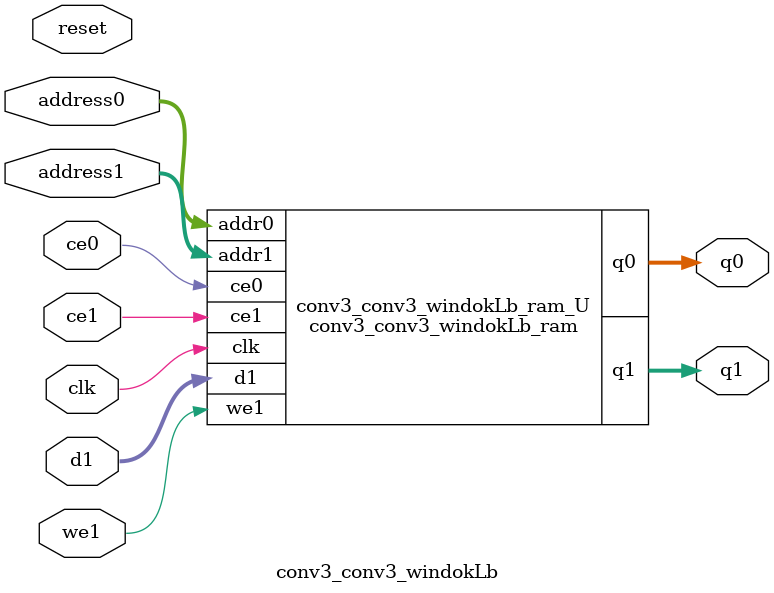
<source format=v>
`timescale 1 ns / 1 ps
module conv3_conv3_windokLb_ram (addr0, ce0, q0, addr1, ce1, d1, we1, q1,  clk);

parameter DWIDTH = 5;
parameter AWIDTH = 5;
parameter MEM_SIZE = 32;

input[AWIDTH-1:0] addr0;
input ce0;
output reg[DWIDTH-1:0] q0;
input[AWIDTH-1:0] addr1;
input ce1;
input[DWIDTH-1:0] d1;
input we1;
output reg[DWIDTH-1:0] q1;
input clk;

(* ram_style = "distributed" *)reg [DWIDTH-1:0] ram[0:MEM_SIZE-1];




always @(posedge clk)  
begin 
    if (ce0) begin
        q0 <= ram[addr0];
    end
end


always @(posedge clk)  
begin 
    if (ce1) begin
        if (we1) 
            ram[addr1] <= d1; 
        q1 <= ram[addr1];
    end
end


endmodule

`timescale 1 ns / 1 ps
module conv3_conv3_windokLb(
    reset,
    clk,
    address0,
    ce0,
    q0,
    address1,
    ce1,
    we1,
    d1,
    q1);

parameter DataWidth = 32'd5;
parameter AddressRange = 32'd32;
parameter AddressWidth = 32'd5;
input reset;
input clk;
input[AddressWidth - 1:0] address0;
input ce0;
output[DataWidth - 1:0] q0;
input[AddressWidth - 1:0] address1;
input ce1;
input we1;
input[DataWidth - 1:0] d1;
output[DataWidth - 1:0] q1;



conv3_conv3_windokLb_ram conv3_conv3_windokLb_ram_U(
    .clk( clk ),
    .addr0( address0 ),
    .ce0( ce0 ),
    .q0( q0 ),
    .addr1( address1 ),
    .ce1( ce1 ),
    .we1( we1 ),
    .d1( d1 ),
    .q1( q1 ));

endmodule


</source>
